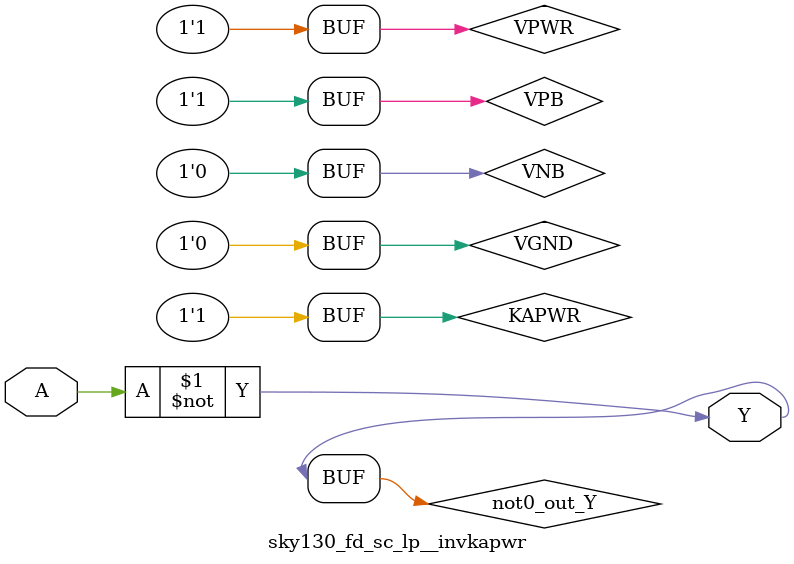
<source format=v>
/*
 * Copyright 2020 The SkyWater PDK Authors
 *
 * Licensed under the Apache License, Version 2.0 (the "License");
 * you may not use this file except in compliance with the License.
 * You may obtain a copy of the License at
 *
 *     https://www.apache.org/licenses/LICENSE-2.0
 *
 * Unless required by applicable law or agreed to in writing, software
 * distributed under the License is distributed on an "AS IS" BASIS,
 * WITHOUT WARRANTIES OR CONDITIONS OF ANY KIND, either express or implied.
 * See the License for the specific language governing permissions and
 * limitations under the License.
 *
 * SPDX-License-Identifier: Apache-2.0
*/


`ifndef SKY130_FD_SC_LP__INVKAPWR_TIMING_V
`define SKY130_FD_SC_LP__INVKAPWR_TIMING_V

/**
 * invkapwr: Inverter on keep-alive power rail.
 *
 * Verilog simulation timing model.
 */

`timescale 1ns / 1ps
`default_nettype none

`celldefine
module sky130_fd_sc_lp__invkapwr (
    Y,
    A
);

    // Module ports
    output Y;
    input  A;

    // Module supplies
    supply1 VPWR ;
    supply0 VGND ;
    supply1 KAPWR;
    supply1 VPB  ;
    supply0 VNB  ;

    // Local signals
    wire not0_out_Y;

    //  Name  Output      Other arguments
    not not0 (not0_out_Y, A              );
    buf buf0 (Y         , not0_out_Y     );

endmodule
`endcelldefine

`default_nettype wire
`endif  // SKY130_FD_SC_LP__INVKAPWR_TIMING_V

</source>
